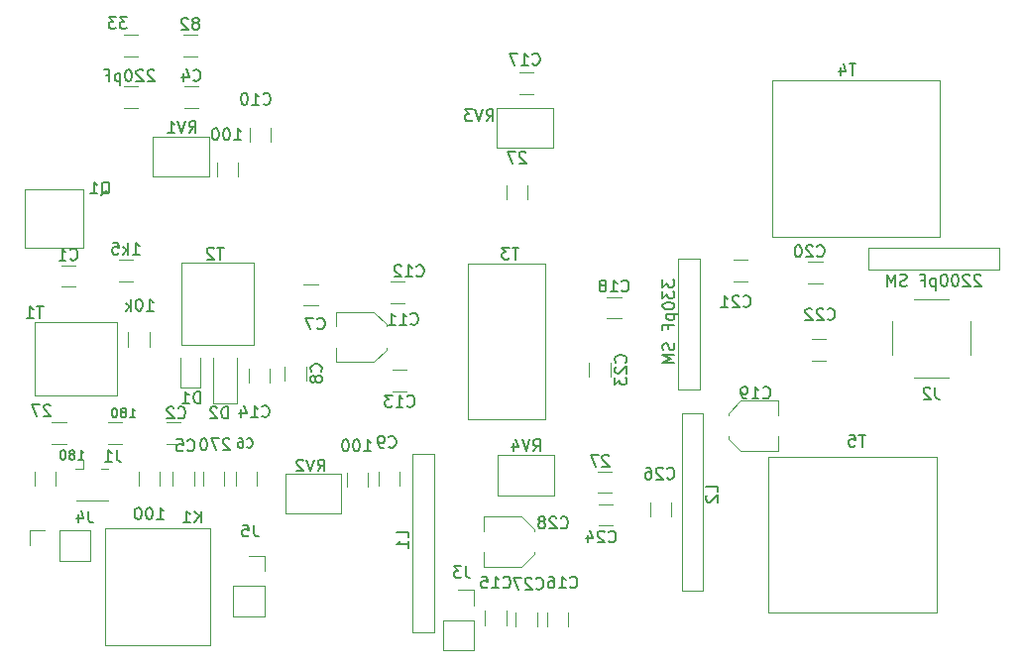
<source format=gbr>
G04 #@! TF.GenerationSoftware,KiCad,Pcbnew,(5.1.2)-1*
G04 #@! TF.CreationDate,2020-03-29T12:59:04+05:30*
G04 #@! TF.ProjectId,G6ALU_20WPA,4736414c-555f-4323-9057-50412e6b6963,rev?*
G04 #@! TF.SameCoordinates,Original*
G04 #@! TF.FileFunction,Legend,Bot*
G04 #@! TF.FilePolarity,Positive*
%FSLAX46Y46*%
G04 Gerber Fmt 4.6, Leading zero omitted, Abs format (unit mm)*
G04 Created by KiCad (PCBNEW (5.1.2)-1) date 2020-03-29 12:59:04*
%MOMM*%
%LPD*%
G04 APERTURE LIST*
%ADD10C,0.120000*%
%ADD11C,0.150000*%
G04 APERTURE END LIST*
D10*
X90310000Y-99297936D02*
X90310000Y-100502064D01*
X88490000Y-99297936D02*
X88490000Y-100502064D01*
X67800000Y-104000000D02*
X76800000Y-104000000D01*
X67800000Y-114000000D02*
X67800000Y-104000000D01*
X76800000Y-114000000D02*
X67800000Y-114000000D01*
X76800000Y-104000000D02*
X76800000Y-114000000D01*
X81430000Y-106370000D02*
X80100000Y-106370000D01*
X81430000Y-107700000D02*
X81430000Y-106370000D01*
X81430000Y-108970000D02*
X78770000Y-108970000D01*
X78770000Y-108970000D02*
X78770000Y-111570000D01*
X81430000Y-108970000D02*
X81430000Y-111570000D01*
X81430000Y-111570000D02*
X78770000Y-111570000D01*
X65300000Y-98915000D02*
X65940000Y-98915000D01*
X68100000Y-98915000D02*
X67460000Y-98915000D01*
X65940000Y-98915000D02*
X65940000Y-98285000D01*
X65350000Y-101635000D02*
X68050000Y-101635000D01*
X75950000Y-92000000D02*
X75950000Y-89450000D01*
X74250000Y-92000000D02*
X74250000Y-89450000D01*
X75950000Y-92000000D02*
X74250000Y-92000000D01*
X65302064Y-83410000D02*
X64097936Y-83410000D01*
X65302064Y-81590000D02*
X64097936Y-81590000D01*
X74302064Y-96810000D02*
X73097936Y-96810000D01*
X74302064Y-94990000D02*
X73097936Y-94990000D01*
X70602064Y-68110000D02*
X69397936Y-68110000D01*
X70602064Y-66290000D02*
X69397936Y-66290000D01*
X75802064Y-68110000D02*
X74597936Y-68110000D01*
X75802064Y-66290000D02*
X74597936Y-66290000D01*
X75410000Y-99197936D02*
X75410000Y-100402064D01*
X73590000Y-99197936D02*
X73590000Y-100402064D01*
X78990000Y-100402064D02*
X78990000Y-99197936D01*
X80810000Y-100402064D02*
X80810000Y-99197936D01*
X86002064Y-85010000D02*
X84797936Y-85010000D01*
X86002064Y-83190000D02*
X84797936Y-83190000D01*
X83190000Y-91402064D02*
X83190000Y-90197936D01*
X85010000Y-91402064D02*
X85010000Y-90197936D01*
X93010000Y-99197936D02*
X93010000Y-100402064D01*
X91190000Y-99197936D02*
X91190000Y-100402064D01*
X82010000Y-69797936D02*
X82010000Y-71002064D01*
X80190000Y-69797936D02*
X80190000Y-71002064D01*
X87550000Y-85550000D02*
X87550000Y-86800000D01*
X91850000Y-88775000D02*
X91850000Y-88600000D01*
X90775000Y-85550000D02*
X87550000Y-85550000D01*
X91850000Y-86625000D02*
X90775000Y-85550000D01*
X91850000Y-86800000D02*
X91850000Y-86625000D01*
X90775000Y-89850000D02*
X91850000Y-88775000D01*
X87550000Y-89850000D02*
X90775000Y-89850000D01*
X87550000Y-88600000D02*
X87550000Y-89850000D01*
X92197936Y-82990000D02*
X93402064Y-82990000D01*
X92197936Y-84810000D02*
X93402064Y-84810000D01*
X92397936Y-90490000D02*
X93602064Y-90490000D01*
X92397936Y-92310000D02*
X93602064Y-92310000D01*
X80090000Y-91602064D02*
X80090000Y-90397936D01*
X81910000Y-91602064D02*
X81910000Y-90397936D01*
X100290000Y-112302064D02*
X100290000Y-111097936D01*
X102110000Y-112302064D02*
X102110000Y-111097936D01*
X105590000Y-112402064D02*
X105590000Y-111197936D01*
X107410000Y-112402064D02*
X107410000Y-111197936D01*
X103197936Y-65090000D02*
X104402064Y-65090000D01*
X103197936Y-66910000D02*
X104402064Y-66910000D01*
X111902064Y-86110000D02*
X110697936Y-86110000D01*
X111902064Y-84290000D02*
X110697936Y-84290000D01*
X125350000Y-97450000D02*
X125350000Y-96200000D01*
X121050000Y-94225000D02*
X121050000Y-94400000D01*
X122125000Y-97450000D02*
X125350000Y-97450000D01*
X121050000Y-96375000D02*
X122125000Y-97450000D01*
X121050000Y-96200000D02*
X121050000Y-96375000D01*
X122125000Y-93150000D02*
X121050000Y-94225000D01*
X125350000Y-93150000D02*
X122125000Y-93150000D01*
X125350000Y-94400000D02*
X125350000Y-93150000D01*
X127897936Y-81290000D02*
X129102064Y-81290000D01*
X127897936Y-83110000D02*
X129102064Y-83110000D01*
X122702064Y-82910000D02*
X121497936Y-82910000D01*
X122702064Y-81090000D02*
X121497936Y-81090000D01*
X128197936Y-87890000D02*
X129402064Y-87890000D01*
X128197936Y-89710000D02*
X129402064Y-89710000D01*
X109190000Y-91102064D02*
X109190000Y-89897936D01*
X111010000Y-91102064D02*
X111010000Y-89897936D01*
X111202064Y-103810000D02*
X109997936Y-103810000D01*
X111202064Y-101990000D02*
X109997936Y-101990000D01*
X118600000Y-81000000D02*
X116800000Y-81000000D01*
X118600000Y-92200000D02*
X118600000Y-81000000D01*
X116800000Y-92200000D02*
X118600000Y-92200000D01*
X116800000Y-81000000D02*
X116800000Y-92200000D01*
X116210000Y-101797936D02*
X116210000Y-103002064D01*
X114390000Y-101797936D02*
X114390000Y-103002064D01*
X102890000Y-112402064D02*
X102890000Y-111197936D01*
X104710000Y-112402064D02*
X104710000Y-111197936D01*
X100150000Y-103050000D02*
X100150000Y-104300000D01*
X104450000Y-106275000D02*
X104450000Y-106100000D01*
X103375000Y-103050000D02*
X100150000Y-103050000D01*
X104450000Y-104125000D02*
X103375000Y-103050000D01*
X104450000Y-104300000D02*
X104450000Y-104125000D01*
X103375000Y-107350000D02*
X104450000Y-106275000D01*
X100150000Y-107350000D02*
X103375000Y-107350000D01*
X100150000Y-106100000D02*
X100150000Y-107350000D01*
X144200000Y-81900000D02*
X144200000Y-80100000D01*
X133000000Y-81900000D02*
X144200000Y-81900000D01*
X133000000Y-80100000D02*
X133000000Y-81900000D01*
X144200000Y-80100000D02*
X133000000Y-80100000D01*
X79100000Y-93350000D02*
X79100000Y-89450000D01*
X77100000Y-93350000D02*
X77100000Y-89450000D01*
X79100000Y-93350000D02*
X77100000Y-93350000D01*
X136950000Y-91155000D02*
X139850000Y-91155000D01*
X136950000Y-84445000D02*
X139850000Y-84445000D01*
X141755000Y-89250000D02*
X141755000Y-86350000D01*
X135045000Y-89250000D02*
X135045000Y-86350000D01*
X99330000Y-109270000D02*
X98000000Y-109270000D01*
X99330000Y-110600000D02*
X99330000Y-109270000D01*
X99330000Y-111870000D02*
X96670000Y-111870000D01*
X96670000Y-111870000D02*
X96670000Y-114470000D01*
X99330000Y-111870000D02*
X99330000Y-114470000D01*
X99330000Y-114470000D02*
X96670000Y-114470000D01*
X61370000Y-104170000D02*
X61370000Y-105500000D01*
X62700000Y-104170000D02*
X61370000Y-104170000D01*
X63970000Y-104170000D02*
X63970000Y-106830000D01*
X63970000Y-106830000D02*
X66570000Y-106830000D01*
X63970000Y-104170000D02*
X66570000Y-104170000D01*
X66570000Y-104170000D02*
X66570000Y-106830000D01*
X94100000Y-112900000D02*
X95900000Y-112900000D01*
X94100000Y-97700000D02*
X94100000Y-112900000D01*
X95900000Y-97700000D02*
X94100000Y-97700000D01*
X95900000Y-112900000D02*
X95900000Y-97700000D01*
X117100000Y-109400000D02*
X118900000Y-109400000D01*
X117100000Y-94200000D02*
X117100000Y-109400000D01*
X118900000Y-94200000D02*
X117100000Y-94200000D01*
X118900000Y-109400000D02*
X118900000Y-94200000D01*
X61000000Y-75100000D02*
X66000000Y-75100000D01*
X61000000Y-80100000D02*
X61000000Y-75100000D01*
X66000000Y-80100000D02*
X61000000Y-80100000D01*
X66000000Y-75100000D02*
X66000000Y-80100000D01*
X63297936Y-94990000D02*
X64502064Y-94990000D01*
X63297936Y-96810000D02*
X64502064Y-96810000D01*
X68097936Y-94990000D02*
X69302064Y-94990000D01*
X68097936Y-96810000D02*
X69302064Y-96810000D01*
X63610000Y-99197936D02*
X63610000Y-100402064D01*
X61790000Y-99197936D02*
X61790000Y-100402064D01*
X69790000Y-88502064D02*
X69790000Y-87297936D01*
X71610000Y-88502064D02*
X71610000Y-87297936D01*
X72510000Y-99197936D02*
X72510000Y-100402064D01*
X70690000Y-99197936D02*
X70690000Y-100402064D01*
X68997936Y-81090000D02*
X70202064Y-81090000D01*
X68997936Y-82910000D02*
X70202064Y-82910000D01*
X76190000Y-100402064D02*
X76190000Y-99197936D01*
X78010000Y-100402064D02*
X78010000Y-99197936D01*
X69397936Y-61890000D02*
X70602064Y-61890000D01*
X69397936Y-63710000D02*
X70602064Y-63710000D01*
X74497936Y-61890000D02*
X75702064Y-61890000D01*
X74497936Y-63710000D02*
X75702064Y-63710000D01*
X77390000Y-74002064D02*
X77390000Y-72797936D01*
X79210000Y-74002064D02*
X79210000Y-72797936D01*
X102090000Y-75902064D02*
X102090000Y-74697936D01*
X103910000Y-75902064D02*
X103910000Y-74697936D01*
X111102064Y-101010000D02*
X109897936Y-101010000D01*
X111102064Y-99190000D02*
X109897936Y-99190000D01*
X76700000Y-74000000D02*
X71900000Y-74000000D01*
X76700000Y-70600000D02*
X76700000Y-74000000D01*
X71900000Y-70600000D02*
X76700000Y-70600000D01*
X71900000Y-74000000D02*
X71900000Y-70600000D01*
X88000000Y-102800000D02*
X83200000Y-102800000D01*
X88000000Y-99400000D02*
X88000000Y-102800000D01*
X83200000Y-99400000D02*
X88000000Y-99400000D01*
X83200000Y-102800000D02*
X83200000Y-99400000D01*
X106100000Y-71500000D02*
X101300000Y-71500000D01*
X106100000Y-68100000D02*
X106100000Y-71500000D01*
X101300000Y-68100000D02*
X106100000Y-68100000D01*
X101300000Y-71500000D02*
X101300000Y-68100000D01*
X106200000Y-101200000D02*
X101400000Y-101200000D01*
X106200000Y-97800000D02*
X106200000Y-101200000D01*
X101400000Y-97800000D02*
X106200000Y-97800000D01*
X101400000Y-101200000D02*
X101400000Y-97800000D01*
X68850000Y-86450000D02*
X68850000Y-92650000D01*
X61850000Y-86450000D02*
X68850000Y-86450000D01*
X61850000Y-92650000D02*
X61850000Y-86450000D01*
X68850000Y-92650000D02*
X61850000Y-92650000D01*
X80550000Y-88350000D02*
X74350000Y-88350000D01*
X80550000Y-81350000D02*
X80550000Y-88350000D01*
X74350000Y-81350000D02*
X80550000Y-81350000D01*
X74350000Y-88350000D02*
X74350000Y-81350000D01*
X98800000Y-81400000D02*
X105400000Y-81400000D01*
X98800000Y-94700000D02*
X105400000Y-94700000D01*
X105400000Y-81400000D02*
X105400000Y-94700000D01*
X98800000Y-81400000D02*
X98800000Y-94700000D01*
X139150000Y-79100000D02*
X124800000Y-79100000D01*
X139150000Y-65800000D02*
X139150000Y-79100000D01*
X124800000Y-65800000D02*
X139150000Y-65800000D01*
X124800000Y-79100000D02*
X124800000Y-65800000D01*
X138850000Y-111200000D02*
X124500000Y-111200000D01*
X138850000Y-97900000D02*
X138850000Y-111200000D01*
X124500000Y-97900000D02*
X138850000Y-97900000D01*
X124500000Y-111200000D02*
X124500000Y-97900000D01*
D11*
X89966666Y-97452380D02*
X90538095Y-97452380D01*
X90252380Y-97452380D02*
X90252380Y-96452380D01*
X90347619Y-96595238D01*
X90442857Y-96690476D01*
X90538095Y-96738095D01*
X89347619Y-96452380D02*
X89252380Y-96452380D01*
X89157142Y-96500000D01*
X89109523Y-96547619D01*
X89061904Y-96642857D01*
X89014285Y-96833333D01*
X89014285Y-97071428D01*
X89061904Y-97261904D01*
X89109523Y-97357142D01*
X89157142Y-97404761D01*
X89252380Y-97452380D01*
X89347619Y-97452380D01*
X89442857Y-97404761D01*
X89490476Y-97357142D01*
X89538095Y-97261904D01*
X89585714Y-97071428D01*
X89585714Y-96833333D01*
X89538095Y-96642857D01*
X89490476Y-96547619D01*
X89442857Y-96500000D01*
X89347619Y-96452380D01*
X88395238Y-96452380D02*
X88300000Y-96452380D01*
X88204761Y-96500000D01*
X88157142Y-96547619D01*
X88109523Y-96642857D01*
X88061904Y-96833333D01*
X88061904Y-97071428D01*
X88109523Y-97261904D01*
X88157142Y-97357142D01*
X88204761Y-97404761D01*
X88300000Y-97452380D01*
X88395238Y-97452380D01*
X88490476Y-97404761D01*
X88538095Y-97357142D01*
X88585714Y-97261904D01*
X88633333Y-97071428D01*
X88633333Y-96833333D01*
X88585714Y-96642857D01*
X88538095Y-96547619D01*
X88490476Y-96500000D01*
X88395238Y-96452380D01*
X76038095Y-103552380D02*
X76038095Y-102552380D01*
X75466666Y-103552380D02*
X75895238Y-102980952D01*
X75466666Y-102552380D02*
X76038095Y-103123809D01*
X74514285Y-103552380D02*
X75085714Y-103552380D01*
X74800000Y-103552380D02*
X74800000Y-102552380D01*
X74895238Y-102695238D01*
X74990476Y-102790476D01*
X75085714Y-102838095D01*
X80533333Y-103752380D02*
X80533333Y-104466666D01*
X80580952Y-104609523D01*
X80676190Y-104704761D01*
X80819047Y-104752380D01*
X80914285Y-104752380D01*
X79580952Y-103752380D02*
X80057142Y-103752380D01*
X80104761Y-104228571D01*
X80057142Y-104180952D01*
X79961904Y-104133333D01*
X79723809Y-104133333D01*
X79628571Y-104180952D01*
X79580952Y-104228571D01*
X79533333Y-104323809D01*
X79533333Y-104561904D01*
X79580952Y-104657142D01*
X79628571Y-104704761D01*
X79723809Y-104752380D01*
X79961904Y-104752380D01*
X80057142Y-104704761D01*
X80104761Y-104657142D01*
X68833333Y-97352380D02*
X68833333Y-98066666D01*
X68880952Y-98209523D01*
X68976190Y-98304761D01*
X69119047Y-98352380D01*
X69214285Y-98352380D01*
X67833333Y-98352380D02*
X68404761Y-98352380D01*
X68119047Y-98352380D02*
X68119047Y-97352380D01*
X68214285Y-97495238D01*
X68309523Y-97590476D01*
X68404761Y-97638095D01*
X75938095Y-93352380D02*
X75938095Y-92352380D01*
X75700000Y-92352380D01*
X75557142Y-92400000D01*
X75461904Y-92495238D01*
X75414285Y-92590476D01*
X75366666Y-92780952D01*
X75366666Y-92923809D01*
X75414285Y-93114285D01*
X75461904Y-93209523D01*
X75557142Y-93304761D01*
X75700000Y-93352380D01*
X75938095Y-93352380D01*
X74414285Y-93352380D02*
X74985714Y-93352380D01*
X74700000Y-93352380D02*
X74700000Y-92352380D01*
X74795238Y-92495238D01*
X74890476Y-92590476D01*
X74985714Y-92638095D01*
X64866666Y-81037142D02*
X64914285Y-81084761D01*
X65057142Y-81132380D01*
X65152380Y-81132380D01*
X65295238Y-81084761D01*
X65390476Y-80989523D01*
X65438095Y-80894285D01*
X65485714Y-80703809D01*
X65485714Y-80560952D01*
X65438095Y-80370476D01*
X65390476Y-80275238D01*
X65295238Y-80180000D01*
X65152380Y-80132380D01*
X65057142Y-80132380D01*
X64914285Y-80180000D01*
X64866666Y-80227619D01*
X63914285Y-81132380D02*
X64485714Y-81132380D01*
X64200000Y-81132380D02*
X64200000Y-80132380D01*
X64295238Y-80275238D01*
X64390476Y-80370476D01*
X64485714Y-80418095D01*
X74066666Y-94557142D02*
X74114285Y-94604761D01*
X74257142Y-94652380D01*
X74352380Y-94652380D01*
X74495238Y-94604761D01*
X74590476Y-94509523D01*
X74638095Y-94414285D01*
X74685714Y-94223809D01*
X74685714Y-94080952D01*
X74638095Y-93890476D01*
X74590476Y-93795238D01*
X74495238Y-93700000D01*
X74352380Y-93652380D01*
X74257142Y-93652380D01*
X74114285Y-93700000D01*
X74066666Y-93747619D01*
X73685714Y-93747619D02*
X73638095Y-93700000D01*
X73542857Y-93652380D01*
X73304761Y-93652380D01*
X73209523Y-93700000D01*
X73161904Y-93747619D01*
X73114285Y-93842857D01*
X73114285Y-93938095D01*
X73161904Y-94080952D01*
X73733333Y-94652380D01*
X73114285Y-94652380D01*
X72019047Y-64947619D02*
X71971428Y-64900000D01*
X71876190Y-64852380D01*
X71638095Y-64852380D01*
X71542857Y-64900000D01*
X71495238Y-64947619D01*
X71447619Y-65042857D01*
X71447619Y-65138095D01*
X71495238Y-65280952D01*
X72066666Y-65852380D01*
X71447619Y-65852380D01*
X71066666Y-64947619D02*
X71019047Y-64900000D01*
X70923809Y-64852380D01*
X70685714Y-64852380D01*
X70590476Y-64900000D01*
X70542857Y-64947619D01*
X70495238Y-65042857D01*
X70495238Y-65138095D01*
X70542857Y-65280952D01*
X71114285Y-65852380D01*
X70495238Y-65852380D01*
X69876190Y-64852380D02*
X69780952Y-64852380D01*
X69685714Y-64900000D01*
X69638095Y-64947619D01*
X69590476Y-65042857D01*
X69542857Y-65233333D01*
X69542857Y-65471428D01*
X69590476Y-65661904D01*
X69638095Y-65757142D01*
X69685714Y-65804761D01*
X69780952Y-65852380D01*
X69876190Y-65852380D01*
X69971428Y-65804761D01*
X70019047Y-65757142D01*
X70066666Y-65661904D01*
X70114285Y-65471428D01*
X70114285Y-65233333D01*
X70066666Y-65042857D01*
X70019047Y-64947619D01*
X69971428Y-64900000D01*
X69876190Y-64852380D01*
X69114285Y-65185714D02*
X69114285Y-66185714D01*
X69114285Y-65233333D02*
X69019047Y-65185714D01*
X68828571Y-65185714D01*
X68733333Y-65233333D01*
X68685714Y-65280952D01*
X68638095Y-65376190D01*
X68638095Y-65661904D01*
X68685714Y-65757142D01*
X68733333Y-65804761D01*
X68828571Y-65852380D01*
X69019047Y-65852380D01*
X69114285Y-65804761D01*
X67876190Y-65328571D02*
X68209523Y-65328571D01*
X68209523Y-65852380D02*
X68209523Y-64852380D01*
X67733333Y-64852380D01*
X75366666Y-65737142D02*
X75414285Y-65784761D01*
X75557142Y-65832380D01*
X75652380Y-65832380D01*
X75795238Y-65784761D01*
X75890476Y-65689523D01*
X75938095Y-65594285D01*
X75985714Y-65403809D01*
X75985714Y-65260952D01*
X75938095Y-65070476D01*
X75890476Y-64975238D01*
X75795238Y-64880000D01*
X75652380Y-64832380D01*
X75557142Y-64832380D01*
X75414285Y-64880000D01*
X75366666Y-64927619D01*
X74509523Y-65165714D02*
X74509523Y-65832380D01*
X74747619Y-64784761D02*
X74985714Y-65499047D01*
X74366666Y-65499047D01*
X74866666Y-97357142D02*
X74914285Y-97404761D01*
X75057142Y-97452380D01*
X75152380Y-97452380D01*
X75295238Y-97404761D01*
X75390476Y-97309523D01*
X75438095Y-97214285D01*
X75485714Y-97023809D01*
X75485714Y-96880952D01*
X75438095Y-96690476D01*
X75390476Y-96595238D01*
X75295238Y-96500000D01*
X75152380Y-96452380D01*
X75057142Y-96452380D01*
X74914285Y-96500000D01*
X74866666Y-96547619D01*
X73961904Y-96452380D02*
X74438095Y-96452380D01*
X74485714Y-96928571D01*
X74438095Y-96880952D01*
X74342857Y-96833333D01*
X74104761Y-96833333D01*
X74009523Y-96880952D01*
X73961904Y-96928571D01*
X73914285Y-97023809D01*
X73914285Y-97261904D01*
X73961904Y-97357142D01*
X74009523Y-97404761D01*
X74104761Y-97452380D01*
X74342857Y-97452380D01*
X74438095Y-97404761D01*
X74485714Y-97357142D01*
X79933333Y-97085714D02*
X79971428Y-97123809D01*
X80085714Y-97161904D01*
X80161904Y-97161904D01*
X80276190Y-97123809D01*
X80352380Y-97047619D01*
X80390476Y-96971428D01*
X80428571Y-96819047D01*
X80428571Y-96704761D01*
X80390476Y-96552380D01*
X80352380Y-96476190D01*
X80276190Y-96400000D01*
X80161904Y-96361904D01*
X80085714Y-96361904D01*
X79971428Y-96400000D01*
X79933333Y-96438095D01*
X79247619Y-96361904D02*
X79400000Y-96361904D01*
X79476190Y-96400000D01*
X79514285Y-96438095D01*
X79590476Y-96552380D01*
X79628571Y-96704761D01*
X79628571Y-97009523D01*
X79590476Y-97085714D01*
X79552380Y-97123809D01*
X79476190Y-97161904D01*
X79323809Y-97161904D01*
X79247619Y-97123809D01*
X79209523Y-97085714D01*
X79171428Y-97009523D01*
X79171428Y-96819047D01*
X79209523Y-96742857D01*
X79247619Y-96704761D01*
X79323809Y-96666666D01*
X79476190Y-96666666D01*
X79552380Y-96704761D01*
X79590476Y-96742857D01*
X79628571Y-96819047D01*
X85966666Y-86957142D02*
X86014285Y-87004761D01*
X86157142Y-87052380D01*
X86252380Y-87052380D01*
X86395238Y-87004761D01*
X86490476Y-86909523D01*
X86538095Y-86814285D01*
X86585714Y-86623809D01*
X86585714Y-86480952D01*
X86538095Y-86290476D01*
X86490476Y-86195238D01*
X86395238Y-86100000D01*
X86252380Y-86052380D01*
X86157142Y-86052380D01*
X86014285Y-86100000D01*
X85966666Y-86147619D01*
X85633333Y-86052380D02*
X84966666Y-86052380D01*
X85395238Y-87052380D01*
X86277142Y-90633333D02*
X86324761Y-90585714D01*
X86372380Y-90442857D01*
X86372380Y-90347619D01*
X86324761Y-90204761D01*
X86229523Y-90109523D01*
X86134285Y-90061904D01*
X85943809Y-90014285D01*
X85800952Y-90014285D01*
X85610476Y-90061904D01*
X85515238Y-90109523D01*
X85420000Y-90204761D01*
X85372380Y-90347619D01*
X85372380Y-90442857D01*
X85420000Y-90585714D01*
X85467619Y-90633333D01*
X85800952Y-91204761D02*
X85753333Y-91109523D01*
X85705714Y-91061904D01*
X85610476Y-91014285D01*
X85562857Y-91014285D01*
X85467619Y-91061904D01*
X85420000Y-91109523D01*
X85372380Y-91204761D01*
X85372380Y-91395238D01*
X85420000Y-91490476D01*
X85467619Y-91538095D01*
X85562857Y-91585714D01*
X85610476Y-91585714D01*
X85705714Y-91538095D01*
X85753333Y-91490476D01*
X85800952Y-91395238D01*
X85800952Y-91204761D01*
X85848571Y-91109523D01*
X85896190Y-91061904D01*
X85991428Y-91014285D01*
X86181904Y-91014285D01*
X86277142Y-91061904D01*
X86324761Y-91109523D01*
X86372380Y-91204761D01*
X86372380Y-91395238D01*
X86324761Y-91490476D01*
X86277142Y-91538095D01*
X86181904Y-91585714D01*
X85991428Y-91585714D01*
X85896190Y-91538095D01*
X85848571Y-91490476D01*
X85800952Y-91395238D01*
X92066666Y-97057142D02*
X92114285Y-97104761D01*
X92257142Y-97152380D01*
X92352380Y-97152380D01*
X92495238Y-97104761D01*
X92590476Y-97009523D01*
X92638095Y-96914285D01*
X92685714Y-96723809D01*
X92685714Y-96580952D01*
X92638095Y-96390476D01*
X92590476Y-96295238D01*
X92495238Y-96200000D01*
X92352380Y-96152380D01*
X92257142Y-96152380D01*
X92114285Y-96200000D01*
X92066666Y-96247619D01*
X91590476Y-97152380D02*
X91400000Y-97152380D01*
X91304761Y-97104761D01*
X91257142Y-97057142D01*
X91161904Y-96914285D01*
X91114285Y-96723809D01*
X91114285Y-96342857D01*
X91161904Y-96247619D01*
X91209523Y-96200000D01*
X91304761Y-96152380D01*
X91495238Y-96152380D01*
X91590476Y-96200000D01*
X91638095Y-96247619D01*
X91685714Y-96342857D01*
X91685714Y-96580952D01*
X91638095Y-96676190D01*
X91590476Y-96723809D01*
X91495238Y-96771428D01*
X91304761Y-96771428D01*
X91209523Y-96723809D01*
X91161904Y-96676190D01*
X91114285Y-96580952D01*
X81342857Y-67757142D02*
X81390476Y-67804761D01*
X81533333Y-67852380D01*
X81628571Y-67852380D01*
X81771428Y-67804761D01*
X81866666Y-67709523D01*
X81914285Y-67614285D01*
X81961904Y-67423809D01*
X81961904Y-67280952D01*
X81914285Y-67090476D01*
X81866666Y-66995238D01*
X81771428Y-66900000D01*
X81628571Y-66852380D01*
X81533333Y-66852380D01*
X81390476Y-66900000D01*
X81342857Y-66947619D01*
X80390476Y-67852380D02*
X80961904Y-67852380D01*
X80676190Y-67852380D02*
X80676190Y-66852380D01*
X80771428Y-66995238D01*
X80866666Y-67090476D01*
X80961904Y-67138095D01*
X79771428Y-66852380D02*
X79676190Y-66852380D01*
X79580952Y-66900000D01*
X79533333Y-66947619D01*
X79485714Y-67042857D01*
X79438095Y-67233333D01*
X79438095Y-67471428D01*
X79485714Y-67661904D01*
X79533333Y-67757142D01*
X79580952Y-67804761D01*
X79676190Y-67852380D01*
X79771428Y-67852380D01*
X79866666Y-67804761D01*
X79914285Y-67757142D01*
X79961904Y-67661904D01*
X80009523Y-67471428D01*
X80009523Y-67233333D01*
X79961904Y-67042857D01*
X79914285Y-66947619D01*
X79866666Y-66900000D01*
X79771428Y-66852380D01*
X93942857Y-86557142D02*
X93990476Y-86604761D01*
X94133333Y-86652380D01*
X94228571Y-86652380D01*
X94371428Y-86604761D01*
X94466666Y-86509523D01*
X94514285Y-86414285D01*
X94561904Y-86223809D01*
X94561904Y-86080952D01*
X94514285Y-85890476D01*
X94466666Y-85795238D01*
X94371428Y-85700000D01*
X94228571Y-85652380D01*
X94133333Y-85652380D01*
X93990476Y-85700000D01*
X93942857Y-85747619D01*
X92990476Y-86652380D02*
X93561904Y-86652380D01*
X93276190Y-86652380D02*
X93276190Y-85652380D01*
X93371428Y-85795238D01*
X93466666Y-85890476D01*
X93561904Y-85938095D01*
X92038095Y-86652380D02*
X92609523Y-86652380D01*
X92323809Y-86652380D02*
X92323809Y-85652380D01*
X92419047Y-85795238D01*
X92514285Y-85890476D01*
X92609523Y-85938095D01*
X94442857Y-82457142D02*
X94490476Y-82504761D01*
X94633333Y-82552380D01*
X94728571Y-82552380D01*
X94871428Y-82504761D01*
X94966666Y-82409523D01*
X95014285Y-82314285D01*
X95061904Y-82123809D01*
X95061904Y-81980952D01*
X95014285Y-81790476D01*
X94966666Y-81695238D01*
X94871428Y-81600000D01*
X94728571Y-81552380D01*
X94633333Y-81552380D01*
X94490476Y-81600000D01*
X94442857Y-81647619D01*
X93490476Y-82552380D02*
X94061904Y-82552380D01*
X93776190Y-82552380D02*
X93776190Y-81552380D01*
X93871428Y-81695238D01*
X93966666Y-81790476D01*
X94061904Y-81838095D01*
X93109523Y-81647619D02*
X93061904Y-81600000D01*
X92966666Y-81552380D01*
X92728571Y-81552380D01*
X92633333Y-81600000D01*
X92585714Y-81647619D01*
X92538095Y-81742857D01*
X92538095Y-81838095D01*
X92585714Y-81980952D01*
X93157142Y-82552380D01*
X92538095Y-82552380D01*
X93642857Y-93577142D02*
X93690476Y-93624761D01*
X93833333Y-93672380D01*
X93928571Y-93672380D01*
X94071428Y-93624761D01*
X94166666Y-93529523D01*
X94214285Y-93434285D01*
X94261904Y-93243809D01*
X94261904Y-93100952D01*
X94214285Y-92910476D01*
X94166666Y-92815238D01*
X94071428Y-92720000D01*
X93928571Y-92672380D01*
X93833333Y-92672380D01*
X93690476Y-92720000D01*
X93642857Y-92767619D01*
X92690476Y-93672380D02*
X93261904Y-93672380D01*
X92976190Y-93672380D02*
X92976190Y-92672380D01*
X93071428Y-92815238D01*
X93166666Y-92910476D01*
X93261904Y-92958095D01*
X92357142Y-92672380D02*
X91738095Y-92672380D01*
X92071428Y-93053333D01*
X91928571Y-93053333D01*
X91833333Y-93100952D01*
X91785714Y-93148571D01*
X91738095Y-93243809D01*
X91738095Y-93481904D01*
X91785714Y-93577142D01*
X91833333Y-93624761D01*
X91928571Y-93672380D01*
X92214285Y-93672380D01*
X92309523Y-93624761D01*
X92357142Y-93577142D01*
X81242857Y-94457142D02*
X81290476Y-94504761D01*
X81433333Y-94552380D01*
X81528571Y-94552380D01*
X81671428Y-94504761D01*
X81766666Y-94409523D01*
X81814285Y-94314285D01*
X81861904Y-94123809D01*
X81861904Y-93980952D01*
X81814285Y-93790476D01*
X81766666Y-93695238D01*
X81671428Y-93600000D01*
X81528571Y-93552380D01*
X81433333Y-93552380D01*
X81290476Y-93600000D01*
X81242857Y-93647619D01*
X80290476Y-94552380D02*
X80861904Y-94552380D01*
X80576190Y-94552380D02*
X80576190Y-93552380D01*
X80671428Y-93695238D01*
X80766666Y-93790476D01*
X80861904Y-93838095D01*
X79433333Y-93885714D02*
X79433333Y-94552380D01*
X79671428Y-93504761D02*
X79909523Y-94219047D01*
X79290476Y-94219047D01*
X101842857Y-109057142D02*
X101890476Y-109104761D01*
X102033333Y-109152380D01*
X102128571Y-109152380D01*
X102271428Y-109104761D01*
X102366666Y-109009523D01*
X102414285Y-108914285D01*
X102461904Y-108723809D01*
X102461904Y-108580952D01*
X102414285Y-108390476D01*
X102366666Y-108295238D01*
X102271428Y-108200000D01*
X102128571Y-108152380D01*
X102033333Y-108152380D01*
X101890476Y-108200000D01*
X101842857Y-108247619D01*
X100890476Y-109152380D02*
X101461904Y-109152380D01*
X101176190Y-109152380D02*
X101176190Y-108152380D01*
X101271428Y-108295238D01*
X101366666Y-108390476D01*
X101461904Y-108438095D01*
X99985714Y-108152380D02*
X100461904Y-108152380D01*
X100509523Y-108628571D01*
X100461904Y-108580952D01*
X100366666Y-108533333D01*
X100128571Y-108533333D01*
X100033333Y-108580952D01*
X99985714Y-108628571D01*
X99938095Y-108723809D01*
X99938095Y-108961904D01*
X99985714Y-109057142D01*
X100033333Y-109104761D01*
X100128571Y-109152380D01*
X100366666Y-109152380D01*
X100461904Y-109104761D01*
X100509523Y-109057142D01*
X107542857Y-109057142D02*
X107590476Y-109104761D01*
X107733333Y-109152380D01*
X107828571Y-109152380D01*
X107971428Y-109104761D01*
X108066666Y-109009523D01*
X108114285Y-108914285D01*
X108161904Y-108723809D01*
X108161904Y-108580952D01*
X108114285Y-108390476D01*
X108066666Y-108295238D01*
X107971428Y-108200000D01*
X107828571Y-108152380D01*
X107733333Y-108152380D01*
X107590476Y-108200000D01*
X107542857Y-108247619D01*
X106590476Y-109152380D02*
X107161904Y-109152380D01*
X106876190Y-109152380D02*
X106876190Y-108152380D01*
X106971428Y-108295238D01*
X107066666Y-108390476D01*
X107161904Y-108438095D01*
X105733333Y-108152380D02*
X105923809Y-108152380D01*
X106019047Y-108200000D01*
X106066666Y-108247619D01*
X106161904Y-108390476D01*
X106209523Y-108580952D01*
X106209523Y-108961904D01*
X106161904Y-109057142D01*
X106114285Y-109104761D01*
X106019047Y-109152380D01*
X105828571Y-109152380D01*
X105733333Y-109104761D01*
X105685714Y-109057142D01*
X105638095Y-108961904D01*
X105638095Y-108723809D01*
X105685714Y-108628571D01*
X105733333Y-108580952D01*
X105828571Y-108533333D01*
X106019047Y-108533333D01*
X106114285Y-108580952D01*
X106161904Y-108628571D01*
X106209523Y-108723809D01*
X104342857Y-64357142D02*
X104390476Y-64404761D01*
X104533333Y-64452380D01*
X104628571Y-64452380D01*
X104771428Y-64404761D01*
X104866666Y-64309523D01*
X104914285Y-64214285D01*
X104961904Y-64023809D01*
X104961904Y-63880952D01*
X104914285Y-63690476D01*
X104866666Y-63595238D01*
X104771428Y-63500000D01*
X104628571Y-63452380D01*
X104533333Y-63452380D01*
X104390476Y-63500000D01*
X104342857Y-63547619D01*
X103390476Y-64452380D02*
X103961904Y-64452380D01*
X103676190Y-64452380D02*
X103676190Y-63452380D01*
X103771428Y-63595238D01*
X103866666Y-63690476D01*
X103961904Y-63738095D01*
X103057142Y-63452380D02*
X102390476Y-63452380D01*
X102819047Y-64452380D01*
X111942857Y-83737142D02*
X111990476Y-83784761D01*
X112133333Y-83832380D01*
X112228571Y-83832380D01*
X112371428Y-83784761D01*
X112466666Y-83689523D01*
X112514285Y-83594285D01*
X112561904Y-83403809D01*
X112561904Y-83260952D01*
X112514285Y-83070476D01*
X112466666Y-82975238D01*
X112371428Y-82880000D01*
X112228571Y-82832380D01*
X112133333Y-82832380D01*
X111990476Y-82880000D01*
X111942857Y-82927619D01*
X110990476Y-83832380D02*
X111561904Y-83832380D01*
X111276190Y-83832380D02*
X111276190Y-82832380D01*
X111371428Y-82975238D01*
X111466666Y-83070476D01*
X111561904Y-83118095D01*
X110419047Y-83260952D02*
X110514285Y-83213333D01*
X110561904Y-83165714D01*
X110609523Y-83070476D01*
X110609523Y-83022857D01*
X110561904Y-82927619D01*
X110514285Y-82880000D01*
X110419047Y-82832380D01*
X110228571Y-82832380D01*
X110133333Y-82880000D01*
X110085714Y-82927619D01*
X110038095Y-83022857D01*
X110038095Y-83070476D01*
X110085714Y-83165714D01*
X110133333Y-83213333D01*
X110228571Y-83260952D01*
X110419047Y-83260952D01*
X110514285Y-83308571D01*
X110561904Y-83356190D01*
X110609523Y-83451428D01*
X110609523Y-83641904D01*
X110561904Y-83737142D01*
X110514285Y-83784761D01*
X110419047Y-83832380D01*
X110228571Y-83832380D01*
X110133333Y-83784761D01*
X110085714Y-83737142D01*
X110038095Y-83641904D01*
X110038095Y-83451428D01*
X110085714Y-83356190D01*
X110133333Y-83308571D01*
X110228571Y-83260952D01*
X124042857Y-92857142D02*
X124090476Y-92904761D01*
X124233333Y-92952380D01*
X124328571Y-92952380D01*
X124471428Y-92904761D01*
X124566666Y-92809523D01*
X124614285Y-92714285D01*
X124661904Y-92523809D01*
X124661904Y-92380952D01*
X124614285Y-92190476D01*
X124566666Y-92095238D01*
X124471428Y-92000000D01*
X124328571Y-91952380D01*
X124233333Y-91952380D01*
X124090476Y-92000000D01*
X124042857Y-92047619D01*
X123090476Y-92952380D02*
X123661904Y-92952380D01*
X123376190Y-92952380D02*
X123376190Y-91952380D01*
X123471428Y-92095238D01*
X123566666Y-92190476D01*
X123661904Y-92238095D01*
X122614285Y-92952380D02*
X122423809Y-92952380D01*
X122328571Y-92904761D01*
X122280952Y-92857142D01*
X122185714Y-92714285D01*
X122138095Y-92523809D01*
X122138095Y-92142857D01*
X122185714Y-92047619D01*
X122233333Y-92000000D01*
X122328571Y-91952380D01*
X122519047Y-91952380D01*
X122614285Y-92000000D01*
X122661904Y-92047619D01*
X122709523Y-92142857D01*
X122709523Y-92380952D01*
X122661904Y-92476190D01*
X122614285Y-92523809D01*
X122519047Y-92571428D01*
X122328571Y-92571428D01*
X122233333Y-92523809D01*
X122185714Y-92476190D01*
X122138095Y-92380952D01*
X128642857Y-80757142D02*
X128690476Y-80804761D01*
X128833333Y-80852380D01*
X128928571Y-80852380D01*
X129071428Y-80804761D01*
X129166666Y-80709523D01*
X129214285Y-80614285D01*
X129261904Y-80423809D01*
X129261904Y-80280952D01*
X129214285Y-80090476D01*
X129166666Y-79995238D01*
X129071428Y-79900000D01*
X128928571Y-79852380D01*
X128833333Y-79852380D01*
X128690476Y-79900000D01*
X128642857Y-79947619D01*
X128261904Y-79947619D02*
X128214285Y-79900000D01*
X128119047Y-79852380D01*
X127880952Y-79852380D01*
X127785714Y-79900000D01*
X127738095Y-79947619D01*
X127690476Y-80042857D01*
X127690476Y-80138095D01*
X127738095Y-80280952D01*
X128309523Y-80852380D01*
X127690476Y-80852380D01*
X127071428Y-79852380D02*
X126976190Y-79852380D01*
X126880952Y-79900000D01*
X126833333Y-79947619D01*
X126785714Y-80042857D01*
X126738095Y-80233333D01*
X126738095Y-80471428D01*
X126785714Y-80661904D01*
X126833333Y-80757142D01*
X126880952Y-80804761D01*
X126976190Y-80852380D01*
X127071428Y-80852380D01*
X127166666Y-80804761D01*
X127214285Y-80757142D01*
X127261904Y-80661904D01*
X127309523Y-80471428D01*
X127309523Y-80233333D01*
X127261904Y-80042857D01*
X127214285Y-79947619D01*
X127166666Y-79900000D01*
X127071428Y-79852380D01*
X122342857Y-85057142D02*
X122390476Y-85104761D01*
X122533333Y-85152380D01*
X122628571Y-85152380D01*
X122771428Y-85104761D01*
X122866666Y-85009523D01*
X122914285Y-84914285D01*
X122961904Y-84723809D01*
X122961904Y-84580952D01*
X122914285Y-84390476D01*
X122866666Y-84295238D01*
X122771428Y-84200000D01*
X122628571Y-84152380D01*
X122533333Y-84152380D01*
X122390476Y-84200000D01*
X122342857Y-84247619D01*
X121961904Y-84247619D02*
X121914285Y-84200000D01*
X121819047Y-84152380D01*
X121580952Y-84152380D01*
X121485714Y-84200000D01*
X121438095Y-84247619D01*
X121390476Y-84342857D01*
X121390476Y-84438095D01*
X121438095Y-84580952D01*
X122009523Y-85152380D01*
X121390476Y-85152380D01*
X120438095Y-85152380D02*
X121009523Y-85152380D01*
X120723809Y-85152380D02*
X120723809Y-84152380D01*
X120819047Y-84295238D01*
X120914285Y-84390476D01*
X121009523Y-84438095D01*
X129542857Y-86157142D02*
X129590476Y-86204761D01*
X129733333Y-86252380D01*
X129828571Y-86252380D01*
X129971428Y-86204761D01*
X130066666Y-86109523D01*
X130114285Y-86014285D01*
X130161904Y-85823809D01*
X130161904Y-85680952D01*
X130114285Y-85490476D01*
X130066666Y-85395238D01*
X129971428Y-85300000D01*
X129828571Y-85252380D01*
X129733333Y-85252380D01*
X129590476Y-85300000D01*
X129542857Y-85347619D01*
X129161904Y-85347619D02*
X129114285Y-85300000D01*
X129019047Y-85252380D01*
X128780952Y-85252380D01*
X128685714Y-85300000D01*
X128638095Y-85347619D01*
X128590476Y-85442857D01*
X128590476Y-85538095D01*
X128638095Y-85680952D01*
X129209523Y-86252380D01*
X128590476Y-86252380D01*
X128209523Y-85347619D02*
X128161904Y-85300000D01*
X128066666Y-85252380D01*
X127828571Y-85252380D01*
X127733333Y-85300000D01*
X127685714Y-85347619D01*
X127638095Y-85442857D01*
X127638095Y-85538095D01*
X127685714Y-85680952D01*
X128257142Y-86252380D01*
X127638095Y-86252380D01*
X112277142Y-89857142D02*
X112324761Y-89809523D01*
X112372380Y-89666666D01*
X112372380Y-89571428D01*
X112324761Y-89428571D01*
X112229523Y-89333333D01*
X112134285Y-89285714D01*
X111943809Y-89238095D01*
X111800952Y-89238095D01*
X111610476Y-89285714D01*
X111515238Y-89333333D01*
X111420000Y-89428571D01*
X111372380Y-89571428D01*
X111372380Y-89666666D01*
X111420000Y-89809523D01*
X111467619Y-89857142D01*
X111467619Y-90238095D02*
X111420000Y-90285714D01*
X111372380Y-90380952D01*
X111372380Y-90619047D01*
X111420000Y-90714285D01*
X111467619Y-90761904D01*
X111562857Y-90809523D01*
X111658095Y-90809523D01*
X111800952Y-90761904D01*
X112372380Y-90190476D01*
X112372380Y-90809523D01*
X111372380Y-91142857D02*
X111372380Y-91761904D01*
X111753333Y-91428571D01*
X111753333Y-91571428D01*
X111800952Y-91666666D01*
X111848571Y-91714285D01*
X111943809Y-91761904D01*
X112181904Y-91761904D01*
X112277142Y-91714285D01*
X112324761Y-91666666D01*
X112372380Y-91571428D01*
X112372380Y-91285714D01*
X112324761Y-91190476D01*
X112277142Y-91142857D01*
X110842857Y-105157142D02*
X110890476Y-105204761D01*
X111033333Y-105252380D01*
X111128571Y-105252380D01*
X111271428Y-105204761D01*
X111366666Y-105109523D01*
X111414285Y-105014285D01*
X111461904Y-104823809D01*
X111461904Y-104680952D01*
X111414285Y-104490476D01*
X111366666Y-104395238D01*
X111271428Y-104300000D01*
X111128571Y-104252380D01*
X111033333Y-104252380D01*
X110890476Y-104300000D01*
X110842857Y-104347619D01*
X110461904Y-104347619D02*
X110414285Y-104300000D01*
X110319047Y-104252380D01*
X110080952Y-104252380D01*
X109985714Y-104300000D01*
X109938095Y-104347619D01*
X109890476Y-104442857D01*
X109890476Y-104538095D01*
X109938095Y-104680952D01*
X110509523Y-105252380D01*
X109890476Y-105252380D01*
X109033333Y-104585714D02*
X109033333Y-105252380D01*
X109271428Y-104204761D02*
X109509523Y-104919047D01*
X108890476Y-104919047D01*
X115452380Y-82804761D02*
X115452380Y-83423809D01*
X115833333Y-83090476D01*
X115833333Y-83233333D01*
X115880952Y-83328571D01*
X115928571Y-83376190D01*
X116023809Y-83423809D01*
X116261904Y-83423809D01*
X116357142Y-83376190D01*
X116404761Y-83328571D01*
X116452380Y-83233333D01*
X116452380Y-82947619D01*
X116404761Y-82852380D01*
X116357142Y-82804761D01*
X115452380Y-83757142D02*
X115452380Y-84376190D01*
X115833333Y-84042857D01*
X115833333Y-84185714D01*
X115880952Y-84280952D01*
X115928571Y-84328571D01*
X116023809Y-84376190D01*
X116261904Y-84376190D01*
X116357142Y-84328571D01*
X116404761Y-84280952D01*
X116452380Y-84185714D01*
X116452380Y-83900000D01*
X116404761Y-83804761D01*
X116357142Y-83757142D01*
X115452380Y-84995238D02*
X115452380Y-85090476D01*
X115500000Y-85185714D01*
X115547619Y-85233333D01*
X115642857Y-85280952D01*
X115833333Y-85328571D01*
X116071428Y-85328571D01*
X116261904Y-85280952D01*
X116357142Y-85233333D01*
X116404761Y-85185714D01*
X116452380Y-85090476D01*
X116452380Y-84995238D01*
X116404761Y-84900000D01*
X116357142Y-84852380D01*
X116261904Y-84804761D01*
X116071428Y-84757142D01*
X115833333Y-84757142D01*
X115642857Y-84804761D01*
X115547619Y-84852380D01*
X115500000Y-84900000D01*
X115452380Y-84995238D01*
X115785714Y-85757142D02*
X116785714Y-85757142D01*
X115833333Y-85757142D02*
X115785714Y-85852380D01*
X115785714Y-86042857D01*
X115833333Y-86138095D01*
X115880952Y-86185714D01*
X115976190Y-86233333D01*
X116261904Y-86233333D01*
X116357142Y-86185714D01*
X116404761Y-86138095D01*
X116452380Y-86042857D01*
X116452380Y-85852380D01*
X116404761Y-85757142D01*
X115928571Y-86995238D02*
X115928571Y-86661904D01*
X116452380Y-86661904D02*
X115452380Y-86661904D01*
X115452380Y-87138095D01*
X116404761Y-88233333D02*
X116452380Y-88376190D01*
X116452380Y-88614285D01*
X116404761Y-88709523D01*
X116357142Y-88757142D01*
X116261904Y-88804761D01*
X116166666Y-88804761D01*
X116071428Y-88757142D01*
X116023809Y-88709523D01*
X115976190Y-88614285D01*
X115928571Y-88423809D01*
X115880952Y-88328571D01*
X115833333Y-88280952D01*
X115738095Y-88233333D01*
X115642857Y-88233333D01*
X115547619Y-88280952D01*
X115500000Y-88328571D01*
X115452380Y-88423809D01*
X115452380Y-88661904D01*
X115500000Y-88804761D01*
X116452380Y-89233333D02*
X115452380Y-89233333D01*
X116166666Y-89566666D01*
X115452380Y-89900000D01*
X116452380Y-89900000D01*
X115842857Y-99757142D02*
X115890476Y-99804761D01*
X116033333Y-99852380D01*
X116128571Y-99852380D01*
X116271428Y-99804761D01*
X116366666Y-99709523D01*
X116414285Y-99614285D01*
X116461904Y-99423809D01*
X116461904Y-99280952D01*
X116414285Y-99090476D01*
X116366666Y-98995238D01*
X116271428Y-98900000D01*
X116128571Y-98852380D01*
X116033333Y-98852380D01*
X115890476Y-98900000D01*
X115842857Y-98947619D01*
X115461904Y-98947619D02*
X115414285Y-98900000D01*
X115319047Y-98852380D01*
X115080952Y-98852380D01*
X114985714Y-98900000D01*
X114938095Y-98947619D01*
X114890476Y-99042857D01*
X114890476Y-99138095D01*
X114938095Y-99280952D01*
X115509523Y-99852380D01*
X114890476Y-99852380D01*
X114033333Y-98852380D02*
X114223809Y-98852380D01*
X114319047Y-98900000D01*
X114366666Y-98947619D01*
X114461904Y-99090476D01*
X114509523Y-99280952D01*
X114509523Y-99661904D01*
X114461904Y-99757142D01*
X114414285Y-99804761D01*
X114319047Y-99852380D01*
X114128571Y-99852380D01*
X114033333Y-99804761D01*
X113985714Y-99757142D01*
X113938095Y-99661904D01*
X113938095Y-99423809D01*
X113985714Y-99328571D01*
X114033333Y-99280952D01*
X114128571Y-99233333D01*
X114319047Y-99233333D01*
X114414285Y-99280952D01*
X114461904Y-99328571D01*
X114509523Y-99423809D01*
X104642857Y-109157142D02*
X104690476Y-109204761D01*
X104833333Y-109252380D01*
X104928571Y-109252380D01*
X105071428Y-109204761D01*
X105166666Y-109109523D01*
X105214285Y-109014285D01*
X105261904Y-108823809D01*
X105261904Y-108680952D01*
X105214285Y-108490476D01*
X105166666Y-108395238D01*
X105071428Y-108300000D01*
X104928571Y-108252380D01*
X104833333Y-108252380D01*
X104690476Y-108300000D01*
X104642857Y-108347619D01*
X104261904Y-108347619D02*
X104214285Y-108300000D01*
X104119047Y-108252380D01*
X103880952Y-108252380D01*
X103785714Y-108300000D01*
X103738095Y-108347619D01*
X103690476Y-108442857D01*
X103690476Y-108538095D01*
X103738095Y-108680952D01*
X104309523Y-109252380D01*
X103690476Y-109252380D01*
X103357142Y-108252380D02*
X102690476Y-108252380D01*
X103119047Y-109252380D01*
X106742857Y-103957142D02*
X106790476Y-104004761D01*
X106933333Y-104052380D01*
X107028571Y-104052380D01*
X107171428Y-104004761D01*
X107266666Y-103909523D01*
X107314285Y-103814285D01*
X107361904Y-103623809D01*
X107361904Y-103480952D01*
X107314285Y-103290476D01*
X107266666Y-103195238D01*
X107171428Y-103100000D01*
X107028571Y-103052380D01*
X106933333Y-103052380D01*
X106790476Y-103100000D01*
X106742857Y-103147619D01*
X106361904Y-103147619D02*
X106314285Y-103100000D01*
X106219047Y-103052380D01*
X105980952Y-103052380D01*
X105885714Y-103100000D01*
X105838095Y-103147619D01*
X105790476Y-103242857D01*
X105790476Y-103338095D01*
X105838095Y-103480952D01*
X106409523Y-104052380D01*
X105790476Y-104052380D01*
X105219047Y-103480952D02*
X105314285Y-103433333D01*
X105361904Y-103385714D01*
X105409523Y-103290476D01*
X105409523Y-103242857D01*
X105361904Y-103147619D01*
X105314285Y-103100000D01*
X105219047Y-103052380D01*
X105028571Y-103052380D01*
X104933333Y-103100000D01*
X104885714Y-103147619D01*
X104838095Y-103242857D01*
X104838095Y-103290476D01*
X104885714Y-103385714D01*
X104933333Y-103433333D01*
X105028571Y-103480952D01*
X105219047Y-103480952D01*
X105314285Y-103528571D01*
X105361904Y-103576190D01*
X105409523Y-103671428D01*
X105409523Y-103861904D01*
X105361904Y-103957142D01*
X105314285Y-104004761D01*
X105219047Y-104052380D01*
X105028571Y-104052380D01*
X104933333Y-104004761D01*
X104885714Y-103957142D01*
X104838095Y-103861904D01*
X104838095Y-103671428D01*
X104885714Y-103576190D01*
X104933333Y-103528571D01*
X105028571Y-103480952D01*
X142623809Y-82447619D02*
X142576190Y-82400000D01*
X142480952Y-82352380D01*
X142242857Y-82352380D01*
X142147619Y-82400000D01*
X142100000Y-82447619D01*
X142052380Y-82542857D01*
X142052380Y-82638095D01*
X142100000Y-82780952D01*
X142671428Y-83352380D01*
X142052380Y-83352380D01*
X141671428Y-82447619D02*
X141623809Y-82400000D01*
X141528571Y-82352380D01*
X141290476Y-82352380D01*
X141195238Y-82400000D01*
X141147619Y-82447619D01*
X141100000Y-82542857D01*
X141100000Y-82638095D01*
X141147619Y-82780952D01*
X141719047Y-83352380D01*
X141100000Y-83352380D01*
X140480952Y-82352380D02*
X140385714Y-82352380D01*
X140290476Y-82400000D01*
X140242857Y-82447619D01*
X140195238Y-82542857D01*
X140147619Y-82733333D01*
X140147619Y-82971428D01*
X140195238Y-83161904D01*
X140242857Y-83257142D01*
X140290476Y-83304761D01*
X140385714Y-83352380D01*
X140480952Y-83352380D01*
X140576190Y-83304761D01*
X140623809Y-83257142D01*
X140671428Y-83161904D01*
X140719047Y-82971428D01*
X140719047Y-82733333D01*
X140671428Y-82542857D01*
X140623809Y-82447619D01*
X140576190Y-82400000D01*
X140480952Y-82352380D01*
X139528571Y-82352380D02*
X139433333Y-82352380D01*
X139338095Y-82400000D01*
X139290476Y-82447619D01*
X139242857Y-82542857D01*
X139195238Y-82733333D01*
X139195238Y-82971428D01*
X139242857Y-83161904D01*
X139290476Y-83257142D01*
X139338095Y-83304761D01*
X139433333Y-83352380D01*
X139528571Y-83352380D01*
X139623809Y-83304761D01*
X139671428Y-83257142D01*
X139719047Y-83161904D01*
X139766666Y-82971428D01*
X139766666Y-82733333D01*
X139719047Y-82542857D01*
X139671428Y-82447619D01*
X139623809Y-82400000D01*
X139528571Y-82352380D01*
X138766666Y-82685714D02*
X138766666Y-83685714D01*
X138766666Y-82733333D02*
X138671428Y-82685714D01*
X138480952Y-82685714D01*
X138385714Y-82733333D01*
X138338095Y-82780952D01*
X138290476Y-82876190D01*
X138290476Y-83161904D01*
X138338095Y-83257142D01*
X138385714Y-83304761D01*
X138480952Y-83352380D01*
X138671428Y-83352380D01*
X138766666Y-83304761D01*
X137528571Y-82828571D02*
X137861904Y-82828571D01*
X137861904Y-83352380D02*
X137861904Y-82352380D01*
X137385714Y-82352380D01*
X136290476Y-83304761D02*
X136147619Y-83352380D01*
X135909523Y-83352380D01*
X135814285Y-83304761D01*
X135766666Y-83257142D01*
X135719047Y-83161904D01*
X135719047Y-83066666D01*
X135766666Y-82971428D01*
X135814285Y-82923809D01*
X135909523Y-82876190D01*
X136100000Y-82828571D01*
X136195238Y-82780952D01*
X136242857Y-82733333D01*
X136290476Y-82638095D01*
X136290476Y-82542857D01*
X136242857Y-82447619D01*
X136195238Y-82400000D01*
X136100000Y-82352380D01*
X135861904Y-82352380D01*
X135719047Y-82400000D01*
X135290476Y-83352380D02*
X135290476Y-82352380D01*
X134957142Y-83066666D01*
X134623809Y-82352380D01*
X134623809Y-83352380D01*
X78338095Y-94652380D02*
X78338095Y-93652380D01*
X78100000Y-93652380D01*
X77957142Y-93700000D01*
X77861904Y-93795238D01*
X77814285Y-93890476D01*
X77766666Y-94080952D01*
X77766666Y-94223809D01*
X77814285Y-94414285D01*
X77861904Y-94509523D01*
X77957142Y-94604761D01*
X78100000Y-94652380D01*
X78338095Y-94652380D01*
X77385714Y-93747619D02*
X77338095Y-93700000D01*
X77242857Y-93652380D01*
X77004761Y-93652380D01*
X76909523Y-93700000D01*
X76861904Y-93747619D01*
X76814285Y-93842857D01*
X76814285Y-93938095D01*
X76861904Y-94080952D01*
X77433333Y-94652380D01*
X76814285Y-94652380D01*
X138733333Y-92002380D02*
X138733333Y-92716666D01*
X138780952Y-92859523D01*
X138876190Y-92954761D01*
X139019047Y-93002380D01*
X139114285Y-93002380D01*
X138304761Y-92097619D02*
X138257142Y-92050000D01*
X138161904Y-92002380D01*
X137923809Y-92002380D01*
X137828571Y-92050000D01*
X137780952Y-92097619D01*
X137733333Y-92192857D01*
X137733333Y-92288095D01*
X137780952Y-92430952D01*
X138352380Y-93002380D01*
X137733333Y-93002380D01*
X98633333Y-107252380D02*
X98633333Y-107966666D01*
X98680952Y-108109523D01*
X98776190Y-108204761D01*
X98919047Y-108252380D01*
X99014285Y-108252380D01*
X98252380Y-107252380D02*
X97633333Y-107252380D01*
X97966666Y-107633333D01*
X97823809Y-107633333D01*
X97728571Y-107680952D01*
X97680952Y-107728571D01*
X97633333Y-107823809D01*
X97633333Y-108061904D01*
X97680952Y-108157142D01*
X97728571Y-108204761D01*
X97823809Y-108252380D01*
X98109523Y-108252380D01*
X98204761Y-108204761D01*
X98252380Y-108157142D01*
X66433333Y-102552380D02*
X66433333Y-103266666D01*
X66480952Y-103409523D01*
X66576190Y-103504761D01*
X66719047Y-103552380D01*
X66814285Y-103552380D01*
X65528571Y-102885714D02*
X65528571Y-103552380D01*
X65766666Y-102504761D02*
X66004761Y-103219047D01*
X65385714Y-103219047D01*
X93752380Y-104833333D02*
X93752380Y-104357142D01*
X92752380Y-104357142D01*
X93752380Y-105690476D02*
X93752380Y-105119047D01*
X93752380Y-105404761D02*
X92752380Y-105404761D01*
X92895238Y-105309523D01*
X92990476Y-105214285D01*
X93038095Y-105119047D01*
X120152380Y-100933333D02*
X120152380Y-100457142D01*
X119152380Y-100457142D01*
X119247619Y-101219047D02*
X119200000Y-101266666D01*
X119152380Y-101361904D01*
X119152380Y-101600000D01*
X119200000Y-101695238D01*
X119247619Y-101742857D01*
X119342857Y-101790476D01*
X119438095Y-101790476D01*
X119580952Y-101742857D01*
X120152380Y-101171428D01*
X120152380Y-101790476D01*
X67495238Y-75547619D02*
X67590476Y-75500000D01*
X67685714Y-75404761D01*
X67828571Y-75261904D01*
X67923809Y-75214285D01*
X68019047Y-75214285D01*
X67971428Y-75452380D02*
X68066666Y-75404761D01*
X68161904Y-75309523D01*
X68209523Y-75119047D01*
X68209523Y-74785714D01*
X68161904Y-74595238D01*
X68066666Y-74500000D01*
X67971428Y-74452380D01*
X67780952Y-74452380D01*
X67685714Y-74500000D01*
X67590476Y-74595238D01*
X67542857Y-74785714D01*
X67542857Y-75119047D01*
X67590476Y-75309523D01*
X67685714Y-75404761D01*
X67780952Y-75452380D01*
X67971428Y-75452380D01*
X66590476Y-75452380D02*
X67161904Y-75452380D01*
X66876190Y-75452380D02*
X66876190Y-74452380D01*
X66971428Y-74595238D01*
X67066666Y-74690476D01*
X67161904Y-74738095D01*
X63161904Y-93547619D02*
X63114285Y-93500000D01*
X63019047Y-93452380D01*
X62780952Y-93452380D01*
X62685714Y-93500000D01*
X62638095Y-93547619D01*
X62590476Y-93642857D01*
X62590476Y-93738095D01*
X62638095Y-93880952D01*
X63209523Y-94452380D01*
X62590476Y-94452380D01*
X62257142Y-93452380D02*
X61590476Y-93452380D01*
X62019047Y-94452380D01*
X69933333Y-94561904D02*
X70390476Y-94561904D01*
X70161904Y-94561904D02*
X70161904Y-93761904D01*
X70238095Y-93876190D01*
X70314285Y-93952380D01*
X70390476Y-93990476D01*
X69476190Y-94104761D02*
X69552380Y-94066666D01*
X69590476Y-94028571D01*
X69628571Y-93952380D01*
X69628571Y-93914285D01*
X69590476Y-93838095D01*
X69552380Y-93800000D01*
X69476190Y-93761904D01*
X69323809Y-93761904D01*
X69247619Y-93800000D01*
X69209523Y-93838095D01*
X69171428Y-93914285D01*
X69171428Y-93952380D01*
X69209523Y-94028571D01*
X69247619Y-94066666D01*
X69323809Y-94104761D01*
X69476190Y-94104761D01*
X69552380Y-94142857D01*
X69590476Y-94180952D01*
X69628571Y-94257142D01*
X69628571Y-94409523D01*
X69590476Y-94485714D01*
X69552380Y-94523809D01*
X69476190Y-94561904D01*
X69323809Y-94561904D01*
X69247619Y-94523809D01*
X69209523Y-94485714D01*
X69171428Y-94409523D01*
X69171428Y-94257142D01*
X69209523Y-94180952D01*
X69247619Y-94142857D01*
X69323809Y-94104761D01*
X68676190Y-93761904D02*
X68600000Y-93761904D01*
X68523809Y-93800000D01*
X68485714Y-93838095D01*
X68447619Y-93914285D01*
X68409523Y-94066666D01*
X68409523Y-94257142D01*
X68447619Y-94409523D01*
X68485714Y-94485714D01*
X68523809Y-94523809D01*
X68600000Y-94561904D01*
X68676190Y-94561904D01*
X68752380Y-94523809D01*
X68790476Y-94485714D01*
X68828571Y-94409523D01*
X68866666Y-94257142D01*
X68866666Y-94066666D01*
X68828571Y-93914285D01*
X68790476Y-93838095D01*
X68752380Y-93800000D01*
X68676190Y-93761904D01*
X65533333Y-98161904D02*
X65990476Y-98161904D01*
X65761904Y-98161904D02*
X65761904Y-97361904D01*
X65838095Y-97476190D01*
X65914285Y-97552380D01*
X65990476Y-97590476D01*
X65076190Y-97704761D02*
X65152380Y-97666666D01*
X65190476Y-97628571D01*
X65228571Y-97552380D01*
X65228571Y-97514285D01*
X65190476Y-97438095D01*
X65152380Y-97400000D01*
X65076190Y-97361904D01*
X64923809Y-97361904D01*
X64847619Y-97400000D01*
X64809523Y-97438095D01*
X64771428Y-97514285D01*
X64771428Y-97552380D01*
X64809523Y-97628571D01*
X64847619Y-97666666D01*
X64923809Y-97704761D01*
X65076190Y-97704761D01*
X65152380Y-97742857D01*
X65190476Y-97780952D01*
X65228571Y-97857142D01*
X65228571Y-98009523D01*
X65190476Y-98085714D01*
X65152380Y-98123809D01*
X65076190Y-98161904D01*
X64923809Y-98161904D01*
X64847619Y-98123809D01*
X64809523Y-98085714D01*
X64771428Y-98009523D01*
X64771428Y-97857142D01*
X64809523Y-97780952D01*
X64847619Y-97742857D01*
X64923809Y-97704761D01*
X64276190Y-97361904D02*
X64200000Y-97361904D01*
X64123809Y-97400000D01*
X64085714Y-97438095D01*
X64047619Y-97514285D01*
X64009523Y-97666666D01*
X64009523Y-97857142D01*
X64047619Y-98009523D01*
X64085714Y-98085714D01*
X64123809Y-98123809D01*
X64200000Y-98161904D01*
X64276190Y-98161904D01*
X64352380Y-98123809D01*
X64390476Y-98085714D01*
X64428571Y-98009523D01*
X64466666Y-97857142D01*
X64466666Y-97666666D01*
X64428571Y-97514285D01*
X64390476Y-97438095D01*
X64352380Y-97400000D01*
X64276190Y-97361904D01*
X71395238Y-85452380D02*
X71966666Y-85452380D01*
X71680952Y-85452380D02*
X71680952Y-84452380D01*
X71776190Y-84595238D01*
X71871428Y-84690476D01*
X71966666Y-84738095D01*
X70776190Y-84452380D02*
X70680952Y-84452380D01*
X70585714Y-84500000D01*
X70538095Y-84547619D01*
X70490476Y-84642857D01*
X70442857Y-84833333D01*
X70442857Y-85071428D01*
X70490476Y-85261904D01*
X70538095Y-85357142D01*
X70585714Y-85404761D01*
X70680952Y-85452380D01*
X70776190Y-85452380D01*
X70871428Y-85404761D01*
X70919047Y-85357142D01*
X70966666Y-85261904D01*
X71014285Y-85071428D01*
X71014285Y-84833333D01*
X70966666Y-84642857D01*
X70919047Y-84547619D01*
X70871428Y-84500000D01*
X70776190Y-84452380D01*
X70014285Y-85452380D02*
X70014285Y-84452380D01*
X69919047Y-85071428D02*
X69633333Y-85452380D01*
X69633333Y-84785714D02*
X70014285Y-85166666D01*
X72266666Y-103252380D02*
X72838095Y-103252380D01*
X72552380Y-103252380D02*
X72552380Y-102252380D01*
X72647619Y-102395238D01*
X72742857Y-102490476D01*
X72838095Y-102538095D01*
X71647619Y-102252380D02*
X71552380Y-102252380D01*
X71457142Y-102300000D01*
X71409523Y-102347619D01*
X71361904Y-102442857D01*
X71314285Y-102633333D01*
X71314285Y-102871428D01*
X71361904Y-103061904D01*
X71409523Y-103157142D01*
X71457142Y-103204761D01*
X71552380Y-103252380D01*
X71647619Y-103252380D01*
X71742857Y-103204761D01*
X71790476Y-103157142D01*
X71838095Y-103061904D01*
X71885714Y-102871428D01*
X71885714Y-102633333D01*
X71838095Y-102442857D01*
X71790476Y-102347619D01*
X71742857Y-102300000D01*
X71647619Y-102252380D01*
X70695238Y-102252380D02*
X70600000Y-102252380D01*
X70504761Y-102300000D01*
X70457142Y-102347619D01*
X70409523Y-102442857D01*
X70361904Y-102633333D01*
X70361904Y-102871428D01*
X70409523Y-103061904D01*
X70457142Y-103157142D01*
X70504761Y-103204761D01*
X70600000Y-103252380D01*
X70695238Y-103252380D01*
X70790476Y-103204761D01*
X70838095Y-103157142D01*
X70885714Y-103061904D01*
X70933333Y-102871428D01*
X70933333Y-102633333D01*
X70885714Y-102442857D01*
X70838095Y-102347619D01*
X70790476Y-102300000D01*
X70695238Y-102252380D01*
X70195238Y-80632380D02*
X70766666Y-80632380D01*
X70480952Y-80632380D02*
X70480952Y-79632380D01*
X70576190Y-79775238D01*
X70671428Y-79870476D01*
X70766666Y-79918095D01*
X69766666Y-80632380D02*
X69766666Y-79632380D01*
X69671428Y-80251428D02*
X69385714Y-80632380D01*
X69385714Y-79965714D02*
X69766666Y-80346666D01*
X68480952Y-79632380D02*
X68957142Y-79632380D01*
X69004761Y-80108571D01*
X68957142Y-80060952D01*
X68861904Y-80013333D01*
X68623809Y-80013333D01*
X68528571Y-80060952D01*
X68480952Y-80108571D01*
X68433333Y-80203809D01*
X68433333Y-80441904D01*
X68480952Y-80537142D01*
X68528571Y-80584761D01*
X68623809Y-80632380D01*
X68861904Y-80632380D01*
X68957142Y-80584761D01*
X69004761Y-80537142D01*
X78438095Y-96447619D02*
X78390476Y-96400000D01*
X78295238Y-96352380D01*
X78057142Y-96352380D01*
X77961904Y-96400000D01*
X77914285Y-96447619D01*
X77866666Y-96542857D01*
X77866666Y-96638095D01*
X77914285Y-96780952D01*
X78485714Y-97352380D01*
X77866666Y-97352380D01*
X77533333Y-96352380D02*
X76866666Y-96352380D01*
X77295238Y-97352380D01*
X76295238Y-96352380D02*
X76200000Y-96352380D01*
X76104761Y-96400000D01*
X76057142Y-96447619D01*
X76009523Y-96542857D01*
X75961904Y-96733333D01*
X75961904Y-96971428D01*
X76009523Y-97161904D01*
X76057142Y-97257142D01*
X76104761Y-97304761D01*
X76200000Y-97352380D01*
X76295238Y-97352380D01*
X76390476Y-97304761D01*
X76438095Y-97257142D01*
X76485714Y-97161904D01*
X76533333Y-96971428D01*
X76533333Y-96733333D01*
X76485714Y-96542857D01*
X76438095Y-96447619D01*
X76390476Y-96400000D01*
X76295238Y-96352380D01*
X69709523Y-60352380D02*
X69090476Y-60352380D01*
X69423809Y-60733333D01*
X69280952Y-60733333D01*
X69185714Y-60780952D01*
X69138095Y-60828571D01*
X69090476Y-60923809D01*
X69090476Y-61161904D01*
X69138095Y-61257142D01*
X69185714Y-61304761D01*
X69280952Y-61352380D01*
X69566666Y-61352380D01*
X69661904Y-61304761D01*
X69709523Y-61257142D01*
X68757142Y-60352380D02*
X68138095Y-60352380D01*
X68471428Y-60733333D01*
X68328571Y-60733333D01*
X68233333Y-60780952D01*
X68185714Y-60828571D01*
X68138095Y-60923809D01*
X68138095Y-61161904D01*
X68185714Y-61257142D01*
X68233333Y-61304761D01*
X68328571Y-61352380D01*
X68614285Y-61352380D01*
X68709523Y-61304761D01*
X68757142Y-61257142D01*
X75671428Y-60860952D02*
X75766666Y-60813333D01*
X75814285Y-60765714D01*
X75861904Y-60670476D01*
X75861904Y-60622857D01*
X75814285Y-60527619D01*
X75766666Y-60480000D01*
X75671428Y-60432380D01*
X75480952Y-60432380D01*
X75385714Y-60480000D01*
X75338095Y-60527619D01*
X75290476Y-60622857D01*
X75290476Y-60670476D01*
X75338095Y-60765714D01*
X75385714Y-60813333D01*
X75480952Y-60860952D01*
X75671428Y-60860952D01*
X75766666Y-60908571D01*
X75814285Y-60956190D01*
X75861904Y-61051428D01*
X75861904Y-61241904D01*
X75814285Y-61337142D01*
X75766666Y-61384761D01*
X75671428Y-61432380D01*
X75480952Y-61432380D01*
X75385714Y-61384761D01*
X75338095Y-61337142D01*
X75290476Y-61241904D01*
X75290476Y-61051428D01*
X75338095Y-60956190D01*
X75385714Y-60908571D01*
X75480952Y-60860952D01*
X74909523Y-60527619D02*
X74861904Y-60480000D01*
X74766666Y-60432380D01*
X74528571Y-60432380D01*
X74433333Y-60480000D01*
X74385714Y-60527619D01*
X74338095Y-60622857D01*
X74338095Y-60718095D01*
X74385714Y-60860952D01*
X74957142Y-61432380D01*
X74338095Y-61432380D01*
X78866666Y-70852380D02*
X79438095Y-70852380D01*
X79152380Y-70852380D02*
X79152380Y-69852380D01*
X79247619Y-69995238D01*
X79342857Y-70090476D01*
X79438095Y-70138095D01*
X78247619Y-69852380D02*
X78152380Y-69852380D01*
X78057142Y-69900000D01*
X78009523Y-69947619D01*
X77961904Y-70042857D01*
X77914285Y-70233333D01*
X77914285Y-70471428D01*
X77961904Y-70661904D01*
X78009523Y-70757142D01*
X78057142Y-70804761D01*
X78152380Y-70852380D01*
X78247619Y-70852380D01*
X78342857Y-70804761D01*
X78390476Y-70757142D01*
X78438095Y-70661904D01*
X78485714Y-70471428D01*
X78485714Y-70233333D01*
X78438095Y-70042857D01*
X78390476Y-69947619D01*
X78342857Y-69900000D01*
X78247619Y-69852380D01*
X77295238Y-69852380D02*
X77200000Y-69852380D01*
X77104761Y-69900000D01*
X77057142Y-69947619D01*
X77009523Y-70042857D01*
X76961904Y-70233333D01*
X76961904Y-70471428D01*
X77009523Y-70661904D01*
X77057142Y-70757142D01*
X77104761Y-70804761D01*
X77200000Y-70852380D01*
X77295238Y-70852380D01*
X77390476Y-70804761D01*
X77438095Y-70757142D01*
X77485714Y-70661904D01*
X77533333Y-70471428D01*
X77533333Y-70233333D01*
X77485714Y-70042857D01*
X77438095Y-69947619D01*
X77390476Y-69900000D01*
X77295238Y-69852380D01*
X103761904Y-71947619D02*
X103714285Y-71900000D01*
X103619047Y-71852380D01*
X103380952Y-71852380D01*
X103285714Y-71900000D01*
X103238095Y-71947619D01*
X103190476Y-72042857D01*
X103190476Y-72138095D01*
X103238095Y-72280952D01*
X103809523Y-72852380D01*
X103190476Y-72852380D01*
X102857142Y-71852380D02*
X102190476Y-71852380D01*
X102619047Y-72852380D01*
X110861904Y-97847619D02*
X110814285Y-97800000D01*
X110719047Y-97752380D01*
X110480952Y-97752380D01*
X110385714Y-97800000D01*
X110338095Y-97847619D01*
X110290476Y-97942857D01*
X110290476Y-98038095D01*
X110338095Y-98180952D01*
X110909523Y-98752380D01*
X110290476Y-98752380D01*
X109957142Y-97752380D02*
X109290476Y-97752380D01*
X109719047Y-98752380D01*
X74995238Y-70252380D02*
X75328571Y-69776190D01*
X75566666Y-70252380D02*
X75566666Y-69252380D01*
X75185714Y-69252380D01*
X75090476Y-69300000D01*
X75042857Y-69347619D01*
X74995238Y-69442857D01*
X74995238Y-69585714D01*
X75042857Y-69680952D01*
X75090476Y-69728571D01*
X75185714Y-69776190D01*
X75566666Y-69776190D01*
X74709523Y-69252380D02*
X74376190Y-70252380D01*
X74042857Y-69252380D01*
X73185714Y-70252380D02*
X73757142Y-70252380D01*
X73471428Y-70252380D02*
X73471428Y-69252380D01*
X73566666Y-69395238D01*
X73661904Y-69490476D01*
X73757142Y-69538095D01*
X85995238Y-99152380D02*
X86328571Y-98676190D01*
X86566666Y-99152380D02*
X86566666Y-98152380D01*
X86185714Y-98152380D01*
X86090476Y-98200000D01*
X86042857Y-98247619D01*
X85995238Y-98342857D01*
X85995238Y-98485714D01*
X86042857Y-98580952D01*
X86090476Y-98628571D01*
X86185714Y-98676190D01*
X86566666Y-98676190D01*
X85709523Y-98152380D02*
X85376190Y-99152380D01*
X85042857Y-98152380D01*
X84757142Y-98247619D02*
X84709523Y-98200000D01*
X84614285Y-98152380D01*
X84376190Y-98152380D01*
X84280952Y-98200000D01*
X84233333Y-98247619D01*
X84185714Y-98342857D01*
X84185714Y-98438095D01*
X84233333Y-98580952D01*
X84804761Y-99152380D01*
X84185714Y-99152380D01*
X100395238Y-69252380D02*
X100728571Y-68776190D01*
X100966666Y-69252380D02*
X100966666Y-68252380D01*
X100585714Y-68252380D01*
X100490476Y-68300000D01*
X100442857Y-68347619D01*
X100395238Y-68442857D01*
X100395238Y-68585714D01*
X100442857Y-68680952D01*
X100490476Y-68728571D01*
X100585714Y-68776190D01*
X100966666Y-68776190D01*
X100109523Y-68252380D02*
X99776190Y-69252380D01*
X99442857Y-68252380D01*
X99204761Y-68252380D02*
X98585714Y-68252380D01*
X98919047Y-68633333D01*
X98776190Y-68633333D01*
X98680952Y-68680952D01*
X98633333Y-68728571D01*
X98585714Y-68823809D01*
X98585714Y-69061904D01*
X98633333Y-69157142D01*
X98680952Y-69204761D01*
X98776190Y-69252380D01*
X99061904Y-69252380D01*
X99157142Y-69204761D01*
X99204761Y-69157142D01*
X104395238Y-97452380D02*
X104728571Y-96976190D01*
X104966666Y-97452380D02*
X104966666Y-96452380D01*
X104585714Y-96452380D01*
X104490476Y-96500000D01*
X104442857Y-96547619D01*
X104395238Y-96642857D01*
X104395238Y-96785714D01*
X104442857Y-96880952D01*
X104490476Y-96928571D01*
X104585714Y-96976190D01*
X104966666Y-96976190D01*
X104109523Y-96452380D02*
X103776190Y-97452380D01*
X103442857Y-96452380D01*
X102680952Y-96785714D02*
X102680952Y-97452380D01*
X102919047Y-96404761D02*
X103157142Y-97119047D01*
X102538095Y-97119047D01*
X62561904Y-85052380D02*
X61990476Y-85052380D01*
X62276190Y-86052380D02*
X62276190Y-85052380D01*
X61133333Y-86052380D02*
X61704761Y-86052380D01*
X61419047Y-86052380D02*
X61419047Y-85052380D01*
X61514285Y-85195238D01*
X61609523Y-85290476D01*
X61704761Y-85338095D01*
X77961904Y-80052380D02*
X77390476Y-80052380D01*
X77676190Y-81052380D02*
X77676190Y-80052380D01*
X77104761Y-80147619D02*
X77057142Y-80100000D01*
X76961904Y-80052380D01*
X76723809Y-80052380D01*
X76628571Y-80100000D01*
X76580952Y-80147619D01*
X76533333Y-80242857D01*
X76533333Y-80338095D01*
X76580952Y-80480952D01*
X77152380Y-81052380D01*
X76533333Y-81052380D01*
X103161904Y-80052380D02*
X102590476Y-80052380D01*
X102876190Y-81052380D02*
X102876190Y-80052380D01*
X102352380Y-80052380D02*
X101733333Y-80052380D01*
X102066666Y-80433333D01*
X101923809Y-80433333D01*
X101828571Y-80480952D01*
X101780952Y-80528571D01*
X101733333Y-80623809D01*
X101733333Y-80861904D01*
X101780952Y-80957142D01*
X101828571Y-81004761D01*
X101923809Y-81052380D01*
X102209523Y-81052380D01*
X102304761Y-81004761D01*
X102352380Y-80957142D01*
X131961904Y-64352380D02*
X131390476Y-64352380D01*
X131676190Y-65352380D02*
X131676190Y-64352380D01*
X130628571Y-64685714D02*
X130628571Y-65352380D01*
X130866666Y-64304761D02*
X131104761Y-65019047D01*
X130485714Y-65019047D01*
X132761904Y-96052380D02*
X132190476Y-96052380D01*
X132476190Y-97052380D02*
X132476190Y-96052380D01*
X131380952Y-96052380D02*
X131857142Y-96052380D01*
X131904761Y-96528571D01*
X131857142Y-96480952D01*
X131761904Y-96433333D01*
X131523809Y-96433333D01*
X131428571Y-96480952D01*
X131380952Y-96528571D01*
X131333333Y-96623809D01*
X131333333Y-96861904D01*
X131380952Y-96957142D01*
X131428571Y-97004761D01*
X131523809Y-97052380D01*
X131761904Y-97052380D01*
X131857142Y-97004761D01*
X131904761Y-96957142D01*
M02*

</source>
